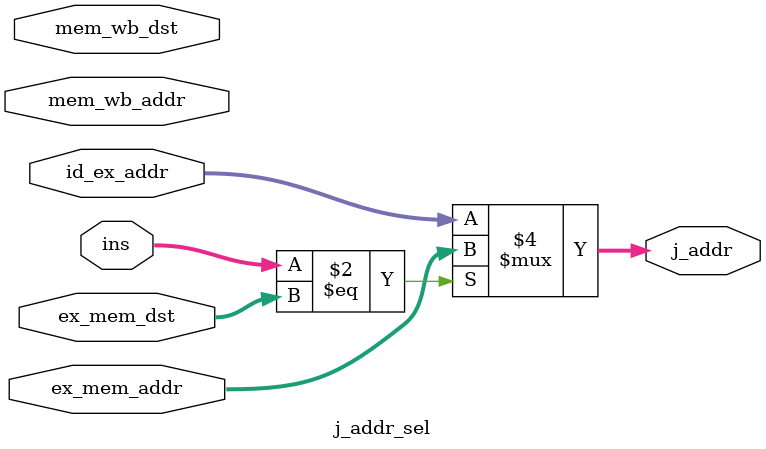
<source format=v>
module j_addr_sel(
	input wire [4:0] ins,
	input wire [4:0] ex_mem_dst,
	input wire [4:0] mem_wb_dst,
	input wire [31:0] ex_mem_addr,
	input wire [31:0] mem_wb_addr,
	input wire [31:0] id_ex_addr,
	output reg [31:0] j_addr
	);
	
	always @* begin
		
		if (ins == ex_mem_dst) begin
			j_addr = ex_mem_addr;
		end else begin
			j_addr = id_ex_addr;
		end
	end
endmodule

</source>
